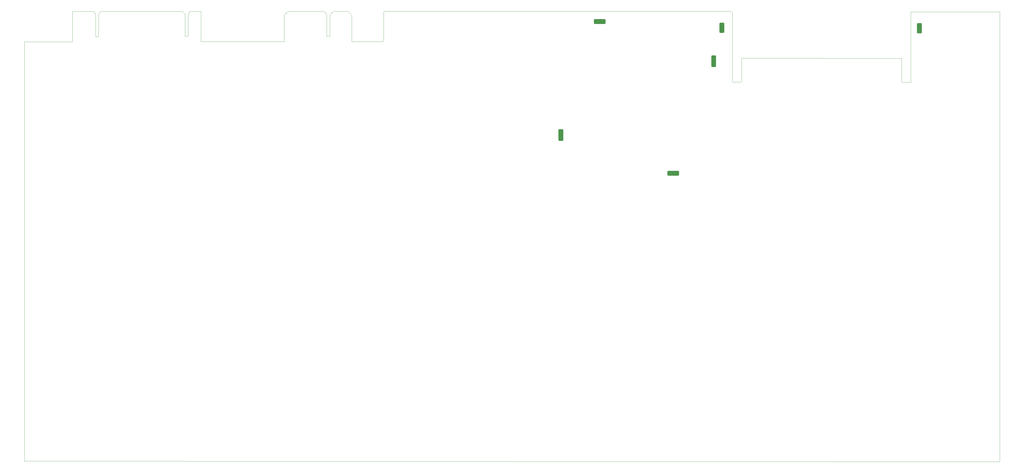
<source format=gbr>
%FSLAX34Y34*%
%MOMM*%
%LNOUTLINE*%
G71*
G01*
%ADD10C, 0.800*%
%ADD11C, 0.010*%
%LPD*%
G36*
X2749812Y1815775D02*
X2761067Y1815775D01*
X2761067Y1776755D01*
X2749812Y1776755D01*
X2749812Y1815775D01*
G37*
G54D10*
X2749812Y1815775D02*
X2761067Y1815775D01*
X2761067Y1776755D01*
X2749812Y1776755D01*
X2749812Y1815775D01*
G36*
X2140400Y1520875D02*
X2151655Y1520875D01*
X2151655Y1481855D01*
X2140400Y1481855D01*
X2140400Y1520875D01*
G37*
G54D10*
X2140400Y1520875D02*
X2151655Y1520875D01*
X2151655Y1481855D01*
X2140400Y1481855D01*
X2140400Y1520875D01*
G36*
X2320950Y1959962D02*
X2320950Y1948708D01*
X2281930Y1948708D01*
X2281930Y1959963D01*
X2320950Y1959962D01*
G37*
G54D10*
X2320950Y1959962D02*
X2320950Y1948708D01*
X2281930Y1948708D01*
X2281930Y1959963D01*
X2320950Y1959962D01*
G36*
X2613475Y1354700D02*
X2613475Y1343445D01*
X2574455Y1343445D01*
X2574455Y1354700D01*
X2613475Y1354700D01*
G37*
G54D10*
X2613475Y1354700D02*
X2613475Y1343445D01*
X2574455Y1343445D01*
X2574455Y1354700D01*
X2613475Y1354700D01*
G36*
X2782336Y1945565D02*
X2793590Y1945565D01*
X2793590Y1912895D01*
X2782336Y1912895D01*
X2782336Y1945565D01*
G37*
G54D10*
X2782336Y1945565D02*
X2793590Y1945565D01*
X2793590Y1912895D01*
X2782336Y1912895D01*
X2782336Y1945565D01*
G36*
X3569736Y1943977D02*
X3580990Y1943977D01*
X3580990Y1911307D01*
X3569736Y1911307D01*
X3569736Y1943977D01*
G37*
G54D10*
X3569736Y1943977D02*
X3580990Y1943977D01*
X3580990Y1911307D01*
X3569736Y1911307D01*
X3569736Y1943977D01*
G54D11*
X33000Y1873300D02*
X8200Y1873300D01*
X8200Y200000D01*
X3888900Y197700D01*
X3895800Y197700D01*
X3895900Y1992700D01*
X3545100Y1992500D01*
X3541600Y1992500D01*
X3541500Y1711100D01*
X3504800Y1711100D01*
X3504800Y1807100D01*
X3498500Y1807100D01*
X2869900Y1808100D01*
X2866800Y1808100D01*
X2866800Y1713900D01*
X2865200Y1712300D01*
X2832000Y1712300D01*
X2830000Y1714300D01*
X2830000Y1990000D01*
X2825200Y1994800D01*
X1442800Y1994800D01*
X1439800Y1991800D01*
X1439800Y1875400D01*
X1438200Y1873800D01*
X1313000Y1873800D01*
X1313000Y1980100D01*
X1298800Y1994300D01*
X1239000Y1994300D01*
X1226200Y1981500D01*
X1226200Y1895500D01*
X1225500Y1894800D01*
X1213900Y1894800D01*
X1213200Y1895500D01*
X1213200Y1983800D01*
X1202500Y1994500D01*
X1058200Y1994500D01*
X1044200Y1980500D01*
X1044200Y1873800D01*
X712000Y1873800D01*
X712000Y1994500D01*
X667900Y1994500D01*
X660800Y1983500D01*
X660800Y1896800D01*
X658800Y1894800D01*
X650000Y1894800D01*
X648500Y1896300D01*
X648400Y1984000D01*
X638500Y1994300D01*
X312000Y1994400D01*
X303900Y1984200D01*
X303800Y1896400D01*
X302000Y1893800D01*
X293800Y1893800D01*
X292200Y1896900D01*
X292200Y1984100D01*
X284000Y1994300D01*
X200000Y1994300D01*
X200000Y1873300D01*
X33000Y1873300D01*
M02*

</source>
